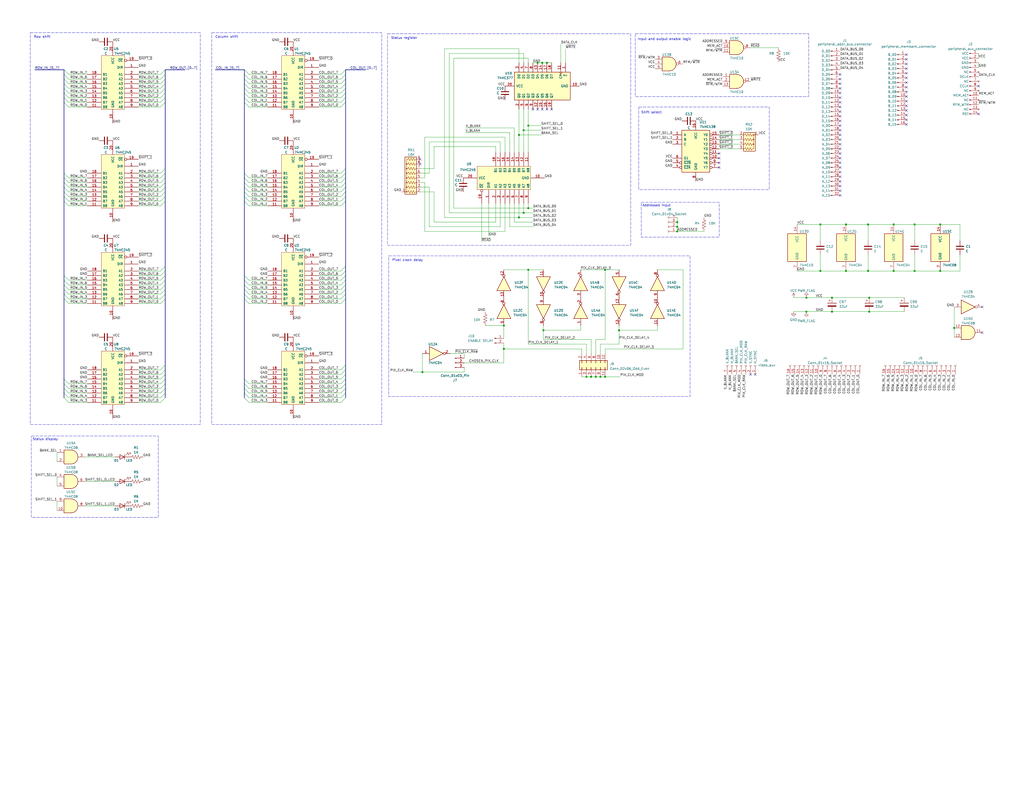
<source format=kicad_sch>
(kicad_sch (version 20230121) (generator eeschema)
  (paper "C")
  (bus_alias "ADDR_BUS" (members "ADDR_BUS_00" "ADDR_BUS_01" "ADDR_BUS_02" "ADDR_BUS_03" "ADDR_BUS_04" "ADDR_BUS_05" "ADDR_BUS_06" "ADDR_BUS_07" "ADDR_BUS_08" "ADDR_BUS_09" "ADDR_BUS_10" "ADDR_BUS_11" "ADDR_BUS_12" "ADDR_BUS_13" "ADDR_BUS_14" "ADDR_BUS_15"))
  (bus_alias "ROW_OUT_BUS" (members "ROW_OUT_00" "ROW_OUT_01" "ROW_OUT_02" "ROW_OUT_03" "ROW_OUT_04" "ROW_OUT_05" "ROW_OUT_06" "ROW_OUT_07"))
  (bus_alias "" (members))
  (bus_alias "ROW_IN_BUS" (members "ROW_IN_00" "ROW_IN_01" "ROW_IN_02" "ROW_IN_03" "ROW_IN_04" "ROW_IN_05" "ROW_IN_06" "ROW_IN_07"))
  (bus_alias "BANK_BUS" (members "BANK_BUS_00" "BANK_BUS_01" "BANK_BUS_02" "BANK_BUS_03" "BANK_BUS_04" "BANK_BUS_05" "BANK_BUS_06" "BANK_BUS_07" "BANK_BUS_08" "BANK_BUS_09" "BANK_BUS_10" "BANK_BUS_11" "BANK_BUS_12" "BANK_BUS_13" "BANK_BUS_14" "BANK_BUS_15"))
  (bus_alias "COL_IN_BUS" (members "COL_IN_00" "COL_IN_01" "COL_IN_02" "COL_IN_03" "COL_IN_04" "COL_IN_05" "COL_IN_06" "COL_IN_07"))
  (bus_alias "DATA_BUS" (members "DATA_BUS_00" "DATA_BUS_01" "DATA_BUS_02" "DATA_BUS_03" "DATA_BUS_04" "DATA_BUS_05" "DATA_BUS_06" "DATA_BUS_07" "DATA_BUS_08" "DATA_BUS_09" "DATA_BUS_10" "DATA_BUS_11" "DATA_BUS_12" "DATA_BUS_13" "DATA_BUS_14" "DATA_BUS_15"))
  (junction (at 461.645 122.555))
  (junction (at 330.2 205.74))
  (junction (at 474.345 170.18))
  (junction (at 513.08 147.955))
  (junction (at 513.08 122.555))
  (junction (at 320.04 205.74))
  (junction (at 288.29 147.32))
  (junction (at 337.82 180.34))
  (junction (at 454.025 162.56))
  (junction (at 369.57 123.825))
  (junction (at 295.91 34.29))
  (junction (at 322.58 205.74))
  (junction (at 283.21 73.66))
  (junction (at 369.57 126.365))
  (junction (at 487.68 147.955))
  (junction (at 285.75 116.205))
  (junction (at 325.12 205.74))
  (junction (at 474.345 162.56))
  (junction (at 293.37 34.29))
  (junction (at 285.75 71.12))
  (junction (at 499.11 147.955))
  (junction (at 440.055 170.18))
  (junction (at 473.71 122.555))
  (junction (at 447.675 147.955))
  (junction (at 298.45 34.29))
  (junction (at 499.11 122.555))
  (junction (at 288.29 68.58))
  (junction (at 283.21 118.745))
  (junction (at 230.505 203.2))
  (junction (at 520.7 179.07))
  (junction (at 274.955 190.5))
  (junction (at 447.675 122.555))
  (junction (at 473.71 147.955))
  (junction (at 288.29 113.665))
  (junction (at 369.57 121.285))
  (junction (at 454.025 170.18))
  (junction (at 487.68 122.555))
  (junction (at 327.66 205.74))
  (junction (at 461.645 147.955))
  (junction (at 330.2 147.32))
  (junction (at 296.545 180.34))
  (junction (at 440.055 162.56))
  (junction (at 274.955 177.8))
  (no_connect (at 458.47 48.26))
  (no_connect (at 458.47 106.68))
  (no_connect (at 535.94 167.64))
  (no_connect (at 458.47 88.9))
  (no_connect (at 494.665 67.945))
  (no_connect (at 494.665 60.325))
  (no_connect (at 458.47 40.64))
  (no_connect (at 494.665 50.165))
  (no_connect (at 458.47 43.18))
  (no_connect (at 290.83 59.69))
  (no_connect (at 458.47 66.04))
  (no_connect (at 458.47 50.8))
  (no_connect (at 494.665 34.925))
  (no_connect (at 458.47 76.2))
  (no_connect (at 458.47 101.6))
  (no_connect (at 392.43 83.82))
  (no_connect (at 458.47 45.72))
  (no_connect (at 458.47 60.96))
  (no_connect (at 458.47 53.34))
  (no_connect (at 458.47 58.42))
  (no_connect (at 458.47 86.36))
  (no_connect (at 229.235 86.995))
  (no_connect (at 494.665 62.865))
  (no_connect (at 458.47 63.5))
  (no_connect (at 458.47 55.88))
  (no_connect (at 458.47 71.12))
  (no_connect (at 458.47 68.58))
  (no_connect (at 458.47 78.74))
  (no_connect (at 392.43 91.44))
  (no_connect (at 300.99 59.69))
  (no_connect (at 458.47 99.06))
  (no_connect (at 494.665 45.085))
  (no_connect (at 458.47 83.82))
  (no_connect (at 392.43 88.9))
  (no_connect (at 494.665 55.245))
  (no_connect (at 494.665 52.705))
  (no_connect (at 494.665 42.545))
  (no_connect (at 298.45 59.69))
  (no_connect (at 458.47 73.66))
  (no_connect (at 229.235 89.535))
  (no_connect (at 494.665 65.405))
  (no_connect (at 494.665 57.785))
  (no_connect (at 293.37 59.69))
  (no_connect (at 534.035 62.23))
  (no_connect (at 458.47 96.52))
  (no_connect (at 458.47 104.14))
  (no_connect (at 494.665 47.625))
  (no_connect (at 534.035 46.99))
  (no_connect (at 458.47 91.44))
  (no_connect (at 458.47 93.98))
  (no_connect (at 458.47 81.28))
  (no_connect (at 494.665 29.845))
  (no_connect (at 392.43 86.36))
  (no_connect (at 295.91 59.69))
  (no_connect (at 494.665 40.005))
  (no_connect (at 494.665 37.465))
  (no_connect (at 494.665 32.385))
  (no_connect (at 412.115 204.47))
  (no_connect (at 535.94 181.61))
  (no_connect (at 409.575 204.47))
  (bus_entry (at 186.055 107.315) (size 2.54 -2.54))
  (bus_entry (at 37.465 212.09) (size -2.54 -2.54))
  (bus_entry (at 37.465 209.55) (size -2.54 -2.54))
  (bus_entry (at 135.89 153.035) (size -2.54 -2.54))
  (bus_entry (at 186.055 45.72) (size 2.54 -2.54))
  (bus_entry (at 135.89 50.8) (size -2.54 -2.54))
  (bus_entry (at 37.465 163.195) (size -2.54 -2.54))
  (bus_entry (at 37.465 109.855) (size -2.54 -2.54))
  (bus_entry (at 37.465 40.64) (size -2.54 -2.54))
  (bus_entry (at 135.89 107.315) (size -2.54 -2.54))
  (bus_entry (at 87.63 165.735) (size 2.54 -2.54))
  (bus_entry (at 87.63 109.855) (size 2.54 -2.54))
  (bus_entry (at 37.465 53.34) (size -2.54 -2.54))
  (bus_entry (at 186.055 219.71) (size 2.54 -2.54))
  (bus_entry (at 37.465 219.71) (size -2.54 -2.54))
  (bus_entry (at 186.055 53.34) (size 2.54 -2.54))
  (bus_entry (at 186.055 58.42) (size 2.54 -2.54))
  (bus_entry (at 87.63 50.8) (size 2.54 -2.54))
  (bus_entry (at 37.465 43.18) (size -2.54 -2.54))
  (bus_entry (at 87.63 45.72) (size 2.54 -2.54))
  (bus_entry (at 37.465 160.655) (size -2.54 -2.54))
  (bus_entry (at 87.63 107.315) (size 2.54 -2.54))
  (bus_entry (at 87.63 209.55) (size 2.54 -2.54))
  (bus_entry (at 37.465 58.42) (size -2.54 -2.54))
  (bus_entry (at 87.63 94.615) (size 2.54 -2.54))
  (bus_entry (at 87.63 163.195) (size 2.54 -2.54))
  (bus_entry (at 87.63 104.775) (size 2.54 -2.54))
  (bus_entry (at 186.055 104.775) (size 2.54 -2.54))
  (bus_entry (at 37.465 48.26) (size -2.54 -2.54))
  (bus_entry (at 135.89 43.18) (size -2.54 -2.54))
  (bus_entry (at 87.63 160.655) (size 2.54 -2.54))
  (bus_entry (at 135.89 40.64) (size -2.54 -2.54))
  (bus_entry (at 186.055 158.115) (size 2.54 -2.54))
  (bus_entry (at 37.465 55.88) (size -2.54 -2.54))
  (bus_entry (at 87.63 153.035) (size 2.54 -2.54))
  (bus_entry (at 135.89 112.395) (size -2.54 -2.54))
  (bus_entry (at 186.055 147.955) (size 2.54 -2.54))
  (bus_entry (at 37.465 45.72) (size -2.54 -2.54))
  (bus_entry (at 87.63 212.09) (size 2.54 -2.54))
  (bus_entry (at 37.465 155.575) (size -2.54 -2.54))
  (bus_entry (at 135.89 53.34) (size -2.54 -2.54))
  (bus_entry (at 87.63 155.575) (size 2.54 -2.54))
  (bus_entry (at 37.465 102.235) (size -2.54 -2.54))
  (bus_entry (at 135.89 209.55) (size -2.54 -2.54))
  (bus_entry (at 135.89 58.42) (size -2.54 -2.54))
  (bus_entry (at 37.465 217.17) (size -2.54 -2.54))
  (bus_entry (at 37.465 50.8) (size -2.54 -2.54))
  (bus_entry (at 186.055 165.735) (size 2.54 -2.54))
  (bus_entry (at 186.055 102.235) (size 2.54 -2.54))
  (bus_entry (at 87.63 48.26) (size 2.54 -2.54))
  (bus_entry (at 135.89 163.195) (size -2.54 -2.54))
  (bus_entry (at 135.89 212.09) (size -2.54 -2.54))
  (bus_entry (at 87.63 147.955) (size 2.54 -2.54))
  (bus_entry (at 87.63 112.395) (size 2.54 -2.54))
  (bus_entry (at 186.055 50.8) (size 2.54 -2.54))
  (bus_entry (at 135.89 109.855) (size -2.54 -2.54))
  (bus_entry (at 135.89 165.735) (size -2.54 -2.54))
  (bus_entry (at 37.465 112.395) (size -2.54 -2.54))
  (bus_entry (at 186.055 48.26) (size 2.54 -2.54))
  (bus_entry (at 87.63 102.235) (size 2.54 -2.54))
  (bus_entry (at 186.055 153.035) (size 2.54 -2.54))
  (bus_entry (at 37.465 158.115) (size -2.54 -2.54))
  (bus_entry (at 186.055 214.63) (size 2.54 -2.54))
  (bus_entry (at 186.055 209.55) (size 2.54 -2.54))
  (bus_entry (at 87.63 204.47) (size 2.54 -2.54))
  (bus_entry (at 186.055 55.88) (size 2.54 -2.54))
  (bus_entry (at 186.055 160.655) (size 2.54 -2.54))
  (bus_entry (at 186.055 212.09) (size 2.54 -2.54))
  (bus_entry (at 186.055 204.47) (size 2.54 -2.54))
  (bus_entry (at 87.63 99.695) (size 2.54 -2.54))
  (bus_entry (at 87.63 58.42) (size 2.54 -2.54))
  (bus_entry (at 186.055 99.695) (size 2.54 -2.54))
  (bus_entry (at 37.465 165.735) (size -2.54 -2.54))
  (bus_entry (at 135.89 219.71) (size -2.54 -2.54))
  (bus_entry (at 186.055 97.155) (size 2.54 -2.54))
  (bus_entry (at 87.63 55.88) (size 2.54 -2.54))
  (bus_entry (at 135.89 45.72) (size -2.54 -2.54))
  (bus_entry (at 37.465 153.035) (size -2.54 -2.54))
  (bus_entry (at 87.63 214.63) (size 2.54 -2.54))
  (bus_entry (at 87.63 219.71) (size 2.54 -2.54))
  (bus_entry (at 37.465 107.315) (size -2.54 -2.54))
  (bus_entry (at 87.63 201.93) (size 2.54 -2.54))
  (bus_entry (at 186.055 217.17) (size 2.54 -2.54))
  (bus_entry (at 37.465 214.63) (size -2.54 -2.54))
  (bus_entry (at 135.89 214.63) (size -2.54 -2.54))
  (bus_entry (at 87.63 217.17) (size 2.54 -2.54))
  (bus_entry (at 186.055 201.93) (size 2.54 -2.54))
  (bus_entry (at 135.89 217.17) (size -2.54 -2.54))
  (bus_entry (at 37.465 97.155) (size -2.54 -2.54))
  (bus_entry (at 135.89 155.575) (size -2.54 -2.54))
  (bus_entry (at 87.63 150.495) (size 2.54 -2.54))
  (bus_entry (at 37.465 104.775) (size -2.54 -2.54))
  (bus_entry (at 87.63 53.34) (size 2.54 -2.54))
  (bus_entry (at 135.89 48.26) (size -2.54 -2.54))
  (bus_entry (at 87.63 207.01) (size 2.54 -2.54))
  (bus_entry (at 186.055 109.855) (size 2.54 -2.54))
  (bus_entry (at 87.63 43.18) (size 2.54 -2.54))
  (bus_entry (at 186.055 207.01) (size 2.54 -2.54))
  (bus_entry (at 186.055 112.395) (size 2.54 -2.54))
  (bus_entry (at 186.055 94.615) (size 2.54 -2.54))
  (bus_entry (at 186.055 155.575) (size 2.54 -2.54))
  (bus_entry (at 37.465 99.695) (size -2.54 -2.54))
  (bus_entry (at 135.89 55.88) (size -2.54 -2.54))
  (bus_entry (at 135.89 99.695) (size -2.54 -2.54))
  (bus_entry (at 135.89 104.775) (size -2.54 -2.54))
  (bus_entry (at 186.055 40.64) (size 2.54 -2.54))
  (bus_entry (at 186.055 43.18) (size 2.54 -2.54))
  (bus_entry (at 186.055 163.195) (size 2.54 -2.54))
  (bus_entry (at 135.89 102.235) (size -2.54 -2.54))
  (bus_entry (at 87.63 40.64) (size 2.54 -2.54))
  (bus_entry (at 87.63 97.155) (size 2.54 -2.54))
  (bus_entry (at 135.89 160.655) (size -2.54 -2.54))
  (bus_entry (at 87.63 158.115) (size 2.54 -2.54))
  (bus_entry (at 135.89 158.115) (size -2.54 -2.54))
  (bus_entry (at 186.055 150.495) (size 2.54 -2.54))
  (bus_entry (at 135.89 97.155) (size -2.54 -2.54))
  (wire (pts (xy 231.775 99.695) (xy 229.235 99.695)))
  (bus (pts (xy 188.595 204.47) (xy 188.595 201.93)))
  (bus (pts (xy 90.17 48.26) (xy 90.17 45.72)))
  (bus (pts (xy 90.17 145.415) (xy 90.17 109.855)))
  (wire (pts (xy 242.57 118.745) (xy 283.21 118.745)))
  (wire (pts (xy 320.04 187.96) (xy 320.04 193.04)))
  (bus (pts (xy 34.925 163.195) (xy 34.925 207.01)))
  (wire (pts (xy 274.955 147.32) (xy 288.29 147.32)))
  (bus (pts (xy 133.35 40.64) (xy 133.35 43.18)))
  (wire (pts (xy 434.975 122.555) (xy 447.675 122.555)))
  (bus (pts (xy 188.595 94.615) (xy 188.595 92.075)))
  (wire (pts (xy 534.035 29.21) (xy 534.035 31.75)))
  (wire (pts (xy 31.115 260.35) (xy 31.115 265.43)))
  (wire (pts (xy 306.07 24.13) (xy 306.07 34.29)))
  (wire (pts (xy 37.465 109.855) (xy 47.625 109.855)))
  (wire (pts (xy 296.545 177.8) (xy 296.545 180.34)))
  (wire (pts (xy 285.75 29.21) (xy 285.75 34.29)))
  (bus (pts (xy 133.35 153.035) (xy 133.35 155.575)))
  (wire (pts (xy 229.235 94.615) (xy 234.315 94.615)))
  (wire (pts (xy 288.29 31.75) (xy 288.29 34.29)))
  (bus (pts (xy 90.17 199.39) (xy 90.17 163.195)))
  (bus (pts (xy 188.595 102.235) (xy 188.595 99.695)))
  (wire (pts (xy 523.875 139.065) (xy 523.875 147.955)))
  (wire (pts (xy 487.68 122.555) (xy 473.71 122.555)))
  (wire (pts (xy 369.57 126.365) (xy 384.175 126.365)))
  (wire (pts (xy 275.59 111.125) (xy 275.59 126.365)))
  (wire (pts (xy 173.99 204.47) (xy 186.055 204.47)))
  (wire (pts (xy 75.565 97.155) (xy 87.63 97.155)))
  (bus (pts (xy 90.17 107.315) (xy 90.17 104.775)))
  (wire (pts (xy 37.465 155.575) (xy 47.625 155.575)))
  (bus (pts (xy 188.595 43.18) (xy 188.595 40.64)))
  (bus (pts (xy 133.35 207.01) (xy 133.35 209.55)))
  (wire (pts (xy 75.565 99.695) (xy 87.63 99.695)))
  (wire (pts (xy 499.11 139.065) (xy 499.11 147.955)))
  (bus (pts (xy 34.925 150.495) (xy 34.925 153.035)))
  (bus (pts (xy 90.17 214.63) (xy 90.17 212.09)))
  (wire (pts (xy 75.565 201.93) (xy 87.63 201.93)))
  (bus (pts (xy 188.595 207.01) (xy 188.595 204.47)))
  (wire (pts (xy 173.99 102.235) (xy 186.055 102.235)))
  (wire (pts (xy 285.75 111.125) (xy 285.75 116.205)))
  (wire (pts (xy 288.29 147.32) (xy 296.545 147.32)))
  (bus (pts (xy 90.17 160.655) (xy 90.17 158.115)))
  (wire (pts (xy 135.89 107.315) (xy 146.05 107.315)))
  (wire (pts (xy 236.855 80.01) (xy 236.855 92.075)))
  (bus (pts (xy 90.17 99.695) (xy 90.17 97.155)))
  (bus (pts (xy 133.35 107.315) (xy 133.35 109.855)))
  (wire (pts (xy 173.99 109.855) (xy 186.055 109.855)))
  (bus (pts (xy 90.17 43.18) (xy 90.17 40.64)))
  (wire (pts (xy 392.43 73.66) (xy 403.86 73.66)))
  (wire (pts (xy 327.66 205.74) (xy 330.2 205.74)))
  (wire (pts (xy 37.465 50.8) (xy 47.625 50.8)))
  (wire (pts (xy 358.775 147.32) (xy 372.745 147.32)))
  (wire (pts (xy 274.955 177.8) (xy 274.955 184.785)))
  (wire (pts (xy 31.115 273.685) (xy 31.115 278.765)))
  (wire (pts (xy 283.21 73.66) (xy 283.21 83.185)))
  (wire (pts (xy 135.89 40.64) (xy 146.05 40.64)))
  (wire (pts (xy 75.565 45.72) (xy 87.63 45.72)))
  (wire (pts (xy 474.345 170.18) (xy 493.395 170.18)))
  (wire (pts (xy 253.365 200.66) (xy 253.365 203.2)))
  (wire (pts (xy 46.355 276.225) (xy 62.865 276.225)))
  (wire (pts (xy 75.565 58.42) (xy 87.63 58.42)))
  (wire (pts (xy 327.66 187.96) (xy 337.82 187.96)))
  (wire (pts (xy 75.565 219.71) (xy 87.63 219.71)))
  (wire (pts (xy 234.315 123.825) (xy 273.05 123.825)))
  (wire (pts (xy 231.775 126.365) (xy 275.59 126.365)))
  (wire (pts (xy 135.89 163.195) (xy 146.05 163.195)))
  (bus (pts (xy 19.05 38.1) (xy 34.925 38.1)))
  (wire (pts (xy 37.465 219.71) (xy 47.625 219.71)))
  (bus (pts (xy 133.35 109.855) (xy 133.35 150.495)))
  (wire (pts (xy 75.565 40.64) (xy 87.63 40.64)))
  (wire (pts (xy 433.07 162.56) (xy 440.055 162.56)))
  (bus (pts (xy 133.35 155.575) (xy 133.35 158.115)))
  (wire (pts (xy 135.89 158.115) (xy 146.05 158.115)))
  (wire (pts (xy 270.51 83.185) (xy 270.51 80.01)))
  (wire (pts (xy 285.75 59.69) (xy 285.75 71.12)))
  (wire (pts (xy 173.99 147.955) (xy 186.055 147.955)))
  (wire (pts (xy 409.575 26.035) (xy 424.815 26.035)))
  (bus (pts (xy 90.17 109.855) (xy 90.17 107.315)))
  (wire (pts (xy 273.05 83.185) (xy 273.05 77.47)))
  (wire (pts (xy 173.99 97.155) (xy 186.055 97.155)))
  (wire (pts (xy 75.565 214.63) (xy 87.63 214.63)))
  (wire (pts (xy 474.345 162.56) (xy 493.395 162.56)))
  (wire (pts (xy 372.745 147.32) (xy 372.745 190.5)))
  (wire (pts (xy 473.71 122.555) (xy 461.645 122.555)))
  (wire (pts (xy 296.545 185.42) (xy 296.545 180.34)))
  (wire (pts (xy 173.99 55.88) (xy 186.055 55.88)))
  (bus (pts (xy 133.35 212.09) (xy 133.35 214.63)))
  (wire (pts (xy 254 69.85) (xy 280.67 69.85)))
  (wire (pts (xy 523.875 147.955) (xy 513.08 147.955)))
  (wire (pts (xy 288.29 59.69) (xy 288.29 68.58)))
  (wire (pts (xy 236.855 121.285) (xy 270.51 121.285)))
  (wire (pts (xy 236.855 92.075) (xy 229.235 92.075)))
  (wire (pts (xy 461.645 122.555) (xy 447.675 122.555)))
  (wire (pts (xy 173.99 58.42) (xy 186.055 58.42)))
  (bus (pts (xy 90.17 50.8) (xy 90.17 48.26)))
  (wire (pts (xy 274.955 187.325) (xy 274.955 190.5)))
  (wire (pts (xy 275.59 83.185) (xy 275.59 74.93)))
  (bus (pts (xy 133.35 94.615) (xy 133.35 97.155)))
  (wire (pts (xy 288.29 147.32) (xy 288.29 187.96)))
  (wire (pts (xy 229.235 104.775) (xy 236.855 104.775)))
  (wire (pts (xy 327.66 193.04) (xy 327.66 187.96)))
  (wire (pts (xy 280.67 83.185) (xy 280.67 69.85)))
  (wire (pts (xy 46.355 249.555) (xy 62.865 249.555)))
  (bus (pts (xy 133.35 102.235) (xy 133.35 104.775)))
  (wire (pts (xy 173.99 214.63) (xy 186.055 214.63)))
  (bus (pts (xy 188.595 160.655) (xy 188.595 158.115)))
  (bus (pts (xy 133.35 50.8) (xy 133.35 53.34)))
  (bus (pts (xy 188.595 147.955) (xy 188.595 145.415)))
  (bus (pts (xy 34.925 155.575) (xy 34.925 158.115)))
  (wire (pts (xy 37.465 40.64) (xy 47.625 40.64)))
  (wire (pts (xy 369.57 123.825) (xy 369.57 126.365)))
  (wire (pts (xy 317.5 205.74) (xy 320.04 205.74)))
  (wire (pts (xy 254 72.39) (xy 278.13 72.39)))
  (wire (pts (xy 285.75 71.12) (xy 295.275 71.12)))
  (wire (pts (xy 231.775 74.93) (xy 275.59 74.93)))
  (wire (pts (xy 173.99 112.395) (xy 186.055 112.395)))
  (wire (pts (xy 75.565 112.395) (xy 87.63 112.395)))
  (wire (pts (xy 473.71 147.955) (xy 461.645 147.955)))
  (wire (pts (xy 75.565 153.035) (xy 87.63 153.035)))
  (bus (pts (xy 133.35 163.195) (xy 133.35 207.01)))
  (bus (pts (xy 90.17 92.075) (xy 90.17 55.88)))
  (wire (pts (xy 266.7 111.125) (xy 266.7 128.905)))
  (wire (pts (xy 330.2 185.42) (xy 325.12 185.42)))
  (wire (pts (xy 278.13 111.125) (xy 278.13 123.825)))
  (wire (pts (xy 369.57 121.285) (xy 369.57 123.825)))
  (wire (pts (xy 273.05 111.125) (xy 273.05 123.825)))
  (bus (pts (xy 188.595 50.8) (xy 188.595 48.26)))
  (bus (pts (xy 34.925 38.1) (xy 34.925 40.64)))
  (bus (pts (xy 133.35 158.115) (xy 133.35 160.655)))
  (wire (pts (xy 173.99 163.195) (xy 186.055 163.195)))
  (wire (pts (xy 173.99 209.55) (xy 186.055 209.55)))
  (bus (pts (xy 90.17 201.93) (xy 90.17 199.39)))
  (bus (pts (xy 133.35 55.88) (xy 133.35 94.615)))
  (bus (pts (xy 133.35 53.34) (xy 133.35 55.88)))
  (bus (pts (xy 34.925 109.855) (xy 34.925 150.495)))
  (wire (pts (xy 337.82 177.8) (xy 337.82 180.34)))
  (wire (pts (xy 523.875 131.445) (xy 523.875 122.555)))
  (wire (pts (xy 322.58 193.04) (xy 322.58 185.42)))
  (wire (pts (xy 37.465 107.315) (xy 47.625 107.315)))
  (wire (pts (xy 234.315 102.235) (xy 229.235 102.235)))
  (bus (pts (xy 188.595 40.64) (xy 188.595 38.1)))
  (wire (pts (xy 173.99 53.34) (xy 186.055 53.34)))
  (bus (pts (xy 133.35 209.55) (xy 133.35 212.09)))
  (bus (pts (xy 90.17 40.64) (xy 90.17 38.1)))
  (wire (pts (xy 270.51 111.125) (xy 270.51 121.285)))
  (wire (pts (xy 37.465 112.395) (xy 47.625 112.395)))
  (bus (pts (xy 188.595 38.1) (xy 199.39 38.1)))
  (wire (pts (xy 242.57 26.67) (xy 283.21 26.67)))
  (wire (pts (xy 173.99 217.17) (xy 186.055 217.17)))
  (wire (pts (xy 37.465 43.18) (xy 47.625 43.18)))
  (wire (pts (xy 173.99 155.575) (xy 186.055 155.575)))
  (bus (pts (xy 90.17 55.88) (xy 90.17 53.34)))
  (wire (pts (xy 135.89 53.34) (xy 146.05 53.34)))
  (wire (pts (xy 75.565 165.735) (xy 87.63 165.735)))
  (wire (pts (xy 135.89 153.035) (xy 146.05 153.035)))
  (wire (pts (xy 75.565 147.955) (xy 87.63 147.955)))
  (wire (pts (xy 316.865 180.34) (xy 316.865 177.8)))
  (bus (pts (xy 188.595 48.26) (xy 188.595 45.72)))
  (wire (pts (xy 173.99 48.26) (xy 186.055 48.26)))
  (wire (pts (xy 173.99 94.615) (xy 186.055 94.615)))
  (wire (pts (xy 308.61 26.67) (xy 308.61 34.29)))
  (wire (pts (xy 135.89 55.88) (xy 146.05 55.88)))
  (bus (pts (xy 90.17 53.34) (xy 90.17 50.8)))
  (bus (pts (xy 34.925 107.315) (xy 34.925 109.855)))
  (wire (pts (xy 499.11 131.445) (xy 499.11 122.555)))
  (wire (pts (xy 322.58 205.74) (xy 325.12 205.74)))
  (wire (pts (xy 461.645 147.955) (xy 447.675 147.955)))
  (bus (pts (xy 34.925 55.88) (xy 34.925 94.615)))
  (wire (pts (xy 135.89 165.735) (xy 146.05 165.735)))
  (wire (pts (xy 247.65 113.665) (xy 247.65 31.75)))
  (wire (pts (xy 322.58 185.42) (xy 296.545 185.42)))
  (wire (pts (xy 231.775 97.155) (xy 229.235 97.155)))
  (wire (pts (xy 31.115 247.015) (xy 31.115 252.095)))
  (wire (pts (xy 234.315 77.47) (xy 273.05 77.47)))
  (wire (pts (xy 173.99 45.72) (xy 186.055 45.72)))
  (wire (pts (xy 135.89 97.155) (xy 146.05 97.155)))
  (bus (pts (xy 188.595 217.17) (xy 188.595 214.63)))
  (wire (pts (xy 173.99 50.8) (xy 186.055 50.8)))
  (bus (pts (xy 188.595 201.93) (xy 188.595 199.39)))
  (wire (pts (xy 173.99 158.115) (xy 186.055 158.115)))
  (wire (pts (xy 75.565 43.18) (xy 87.63 43.18)))
  (wire (pts (xy 225.425 203.2) (xy 230.505 203.2)))
  (wire (pts (xy 234.315 102.235) (xy 234.315 123.825)))
  (wire (pts (xy 245.745 193.04) (xy 253.365 193.04)))
  (wire (pts (xy 447.675 122.555) (xy 447.675 131.445)))
  (bus (pts (xy 188.595 97.155) (xy 188.595 94.615)))
  (wire (pts (xy 520.7 167.64) (xy 520.7 179.07)))
  (wire (pts (xy 447.675 139.065) (xy 447.675 147.955)))
  (wire (pts (xy 337.82 187.96) (xy 337.82 180.34)))
  (wire (pts (xy 487.68 147.955) (xy 473.71 147.955)))
  (bus (pts (xy 90.17 45.72) (xy 90.17 43.18)))
  (bus (pts (xy 90.17 102.235) (xy 90.17 99.695)))
  (wire (pts (xy 75.565 102.235) (xy 87.63 102.235)))
  (wire (pts (xy 173.99 40.64) (xy 186.055 40.64)))
  (wire (pts (xy 253.365 198.12) (xy 274.955 198.12)))
  (wire (pts (xy 295.91 34.29) (xy 298.45 34.29)))
  (bus (pts (xy 188.595 107.315) (xy 188.595 104.775)))
  (wire (pts (xy 230.505 193.04) (xy 230.505 203.2)))
  (bus (pts (xy 34.925 104.775) (xy 34.925 107.315)))
  (wire (pts (xy 242.57 118.745) (xy 242.57 26.67)))
  (wire (pts (xy 440.055 170.18) (xy 454.025 170.18)))
  (wire (pts (xy 447.675 147.955) (xy 434.975 147.955)))
  (bus (pts (xy 34.925 94.615) (xy 34.925 97.155)))
  (bus (pts (xy 133.35 38.1) (xy 133.35 40.64)))
  (bus (pts (xy 34.925 53.34) (xy 34.925 55.88)))
  (wire (pts (xy 473.71 139.065) (xy 473.71 147.955)))
  (wire (pts (xy 173.99 165.735) (xy 186.055 165.735)))
  (wire (pts (xy 173.99 107.315) (xy 186.055 107.315)))
  (wire (pts (xy 37.465 153.035) (xy 47.625 153.035)))
  (wire (pts (xy 231.775 74.93) (xy 231.775 97.155)))
  (bus (pts (xy 188.595 99.695) (xy 188.595 97.155)))
  (bus (pts (xy 188.595 150.495) (xy 188.595 147.955)))
  (wire (pts (xy 75.565 104.775) (xy 87.63 104.775)))
  (wire (pts (xy 293.37 34.29) (xy 295.91 34.29)))
  (wire (pts (xy 135.89 219.71) (xy 146.05 219.71)))
  (bus (pts (xy 34.925 158.115) (xy 34.925 160.655)))
  (wire (pts (xy 440.055 162.56) (xy 454.025 162.56)))
  (bus (pts (xy 133.35 150.495) (xy 133.35 153.035)))
  (wire (pts (xy 330.2 147.32) (xy 330.2 185.42)))
  (wire (pts (xy 283.21 73.66) (xy 295.275 73.66)))
  (wire (pts (xy 135.89 209.55) (xy 146.05 209.55)))
  (bus (pts (xy 34.925 214.63) (xy 34.925 217.17)))
  (bus (pts (xy 188.595 214.63) (xy 188.595 212.09)))
  (bus (pts (xy 90.17 209.55) (xy 90.17 207.01)))
  (wire (pts (xy 230.505 203.2) (xy 253.365 203.2)))
  (bus (pts (xy 188.595 104.775) (xy 188.595 102.235)))
  (bus (pts (xy 34.925 207.01) (xy 34.925 209.55)))
  (wire (pts (xy 283.21 26.67) (xy 283.21 34.29)))
  (wire (pts (xy 173.99 43.18) (xy 186.055 43.18)))
  (wire (pts (xy 236.855 80.01) (xy 270.51 80.01)))
  (wire (pts (xy 325.12 205.74) (xy 327.66 205.74)))
  (wire (pts (xy 330.2 205.74) (xy 338.455 205.74)))
  (bus (pts (xy 34.925 50.8) (xy 34.925 53.34)))
  (wire (pts (xy 173.99 153.035) (xy 186.055 153.035)))
  (wire (pts (xy 320.04 205.74) (xy 322.58 205.74)))
  (wire (pts (xy 236.855 104.775) (xy 236.855 121.285)))
  (wire (pts (xy 75.565 163.195) (xy 87.63 163.195)))
  (wire (pts (xy 37.465 104.775) (xy 47.625 104.775)))
  (bus (pts (xy 90.17 217.17) (xy 90.17 214.63)))
  (wire (pts (xy 534.035 34.29) (xy 534.035 36.83)))
  (wire (pts (xy 392.43 81.28) (xy 403.86 81.28)))
  (bus (pts (xy 133.35 104.775) (xy 133.35 107.315)))
  (wire (pts (xy 274.955 190.5) (xy 317.5 190.5)))
  (bus (pts (xy 90.17 153.035) (xy 90.17 150.495)))
  (wire (pts (xy 135.89 109.855) (xy 146.05 109.855)))
  (wire (pts (xy 283.21 111.125) (xy 283.21 118.745)))
  (wire (pts (xy 37.465 160.655) (xy 47.625 160.655)))
  (wire (pts (xy 37.465 55.88) (xy 47.625 55.88)))
  (bus (pts (xy 90.17 204.47) (xy 90.17 201.93)))
  (wire (pts (xy 37.465 163.195) (xy 47.625 163.195)))
  (wire (pts (xy 330.2 190.5) (xy 372.745 190.5)))
  (bus (pts (xy 90.17 38.1) (xy 100.965 38.1)))
  (wire (pts (xy 37.465 214.63) (xy 47.625 214.63)))
  (wire (pts (xy 325.12 185.42) (xy 325.12 193.04)))
  (wire (pts (xy 330.2 147.32) (xy 337.82 147.32)))
  (wire (pts (xy 37.465 158.115) (xy 47.625 158.115)))
  (wire (pts (xy 135.89 43.18) (xy 146.05 43.18)))
  (wire (pts (xy 135.89 99.695) (xy 146.05 99.695)))
  (wire (pts (xy 262.89 111.125) (xy 262.89 132.08)))
  (wire (pts (xy 135.89 45.72) (xy 146.05 45.72)))
  (bus (pts (xy 34.925 209.55) (xy 34.925 212.09)))
  (bus (pts (xy 90.17 155.575) (xy 90.17 153.035)))
  (wire (pts (xy 245.11 29.21) (xy 245.11 116.205)))
  (wire (pts (xy 135.89 155.575) (xy 146.05 155.575)))
  (bus (pts (xy 117.475 38.1) (xy 133.35 38.1)))
  (wire (pts (xy 37.465 97.155) (xy 47.625 97.155)))
  (bus (pts (xy 34.925 43.18) (xy 34.925 45.72)))
  (bus (pts (xy 34.925 48.26) (xy 34.925 50.8)))
  (wire (pts (xy 337.82 180.34) (xy 358.775 180.34)))
  (wire (pts (xy 173.99 219.71) (xy 186.055 219.71)))
  (bus (pts (xy 90.17 94.615) (xy 90.17 92.075)))
  (wire (pts (xy 288.29 68.58) (xy 295.275 68.58)))
  (wire (pts (xy 37.465 165.735) (xy 47.625 165.735)))
  (wire (pts (xy 173.99 160.655) (xy 186.055 160.655)))
  (wire (pts (xy 317.5 190.5) (xy 317.5 193.04)))
  (wire (pts (xy 75.565 209.55) (xy 87.63 209.55)))
  (wire (pts (xy 454.025 162.56) (xy 474.345 162.56)))
  (wire (pts (xy 392.43 78.74) (xy 403.86 78.74)))
  (wire (pts (xy 247.65 113.665) (xy 288.29 113.665)))
  (wire (pts (xy 75.565 48.26) (xy 87.63 48.26)))
  (bus (pts (xy 133.35 48.26) (xy 133.35 50.8)))
  (wire (pts (xy 75.565 158.115) (xy 87.63 158.115)))
  (bus (pts (xy 34.925 102.235) (xy 34.925 104.775)))
  (bus (pts (xy 34.925 99.695) (xy 34.925 102.235)))
  (wire (pts (xy 283.21 59.69) (xy 283.21 73.66)))
  (wire (pts (xy 75.565 204.47) (xy 87.63 204.47)))
  (wire (pts (xy 499.11 147.955) (xy 513.08 147.955)))
  (wire (pts (xy 280.67 121.285) (xy 290.83 121.285)))
  (bus (pts (xy 188.595 145.415) (xy 188.595 109.855)))
  (wire (pts (xy 75.565 94.615) (xy 87.63 94.615)))
  (bus (pts (xy 133.35 160.655) (xy 133.35 163.195)))
  (bus (pts (xy 188.595 209.55) (xy 188.595 207.01)))
  (wire (pts (xy 135.89 214.63) (xy 146.05 214.63)))
  (bus (pts (xy 34.925 212.09) (xy 34.925 214.63)))
  (wire (pts (xy 298.45 34.29) (xy 300.99 34.29)))
  (wire (pts (xy 173.99 201.93) (xy 186.055 201.93)))
  (bus (pts (xy 34.925 160.655) (xy 34.925 163.195)))
  (bus (pts (xy 188.595 155.575) (xy 188.595 153.035)))
  (wire (pts (xy 135.89 58.42) (xy 146.05 58.42)))
  (wire (pts (xy 75.565 160.655) (xy 87.63 160.655)))
  (bus (pts (xy 188.595 158.115) (xy 188.595 155.575)))
  (wire (pts (xy 296.545 180.34) (xy 316.865 180.34)))
  (wire (pts (xy 135.89 160.655) (xy 146.05 160.655)))
  (wire (pts (xy 520.7 179.07) (xy 520.7 184.15)))
  (wire (pts (xy 473.71 122.555) (xy 473.71 131.445)))
  (wire (pts (xy 173.99 207.01) (xy 186.055 207.01)))
  (wire (pts (xy 499.11 122.555) (xy 513.08 122.555)))
  (wire (pts (xy 75.565 53.34) (xy 87.63 53.34)))
  (wire (pts (xy 173.99 104.775) (xy 186.055 104.775)))
  (bus (pts (xy 90.17 104.775) (xy 90.17 102.235)))
  (wire (pts (xy 135.89 102.235) (xy 146.05 102.235)))
  (wire (pts (xy 285.75 116.205) (xy 290.83 116.205)))
  (wire (pts (xy 454.025 170.18) (xy 474.345 170.18)))
  (bus (pts (xy 133.35 45.72) (xy 133.35 48.26)))
  (wire (pts (xy 37.465 53.34) (xy 47.625 53.34)))
  (wire (pts (xy 234.315 77.47) (xy 234.315 94.615)))
  (wire (pts (xy 392.43 76.2) (xy 403.86 76.2)))
  (wire (pts (xy 75.565 155.575) (xy 87.63 155.575)))
  (wire (pts (xy 173.99 150.495) (xy 186.055 150.495)))
  (bus (pts (xy 34.925 45.72) (xy 34.925 48.26)))
  (wire (pts (xy 75.565 150.495) (xy 87.63 150.495)))
  (bus (pts (xy 90.17 163.195) (xy 90.17 160.655)))
  (wire (pts (xy 288.29 68.58) (xy 288.29 83.185)))
  (wire (pts (xy 523.875 122.555) (xy 513.08 122.555)))
  (bus (pts (xy 34.925 153.035) (xy 34.925 155.575)))
  (bus (pts (xy 133.35 97.155) (xy 133.35 99.695)))
  (bus (pts (xy 188.595 53.34) (xy 188.595 50.8)))
  (bus (pts (xy 188.595 55.88) (xy 188.595 53.34)))
  (bus (pts (xy 133.35 99.695) (xy 133.35 102.235)))
  (wire (pts (xy 75.565 217.17) (xy 87.63 217.17)))
  (wire (pts (xy 253.365 193.04) (xy 253.365 195.58)))
  (wire (pts (xy 358.775 180.34) (xy 358.775 177.8)))
  (bus (pts (xy 133.35 214.63) (xy 133.35 217.17)))
  (wire (pts (xy 75.565 212.09) (xy 87.63 212.09)))
  (wire (pts (xy 316.865 147.32) (xy 330.2 147.32)))
  (wire (pts (xy 75.565 207.01) (xy 87.63 207.01)))
  (wire (pts (xy 245.11 116.205) (xy 285.75 116.205)))
  (bus (pts (xy 34.925 97.155) (xy 34.925 99.695)))
  (wire (pts (xy 285.75 29.21) (xy 245.11 29.21)))
  (bus (pts (xy 133.35 43.18) (xy 133.35 45.72)))
  (wire (pts (xy 135.89 50.8) (xy 146.05 50.8)))
  (wire (pts (xy 285.75 71.12) (xy 285.75 83.185)))
  (bus (pts (xy 90.17 147.955) (xy 90.17 145.415)))
  (wire (pts (xy 264.795 177.8) (xy 274.955 177.8)))
  (wire (pts (xy 173.99 99.695) (xy 186.055 99.695)))
  (wire (pts (xy 283.21 118.745) (xy 290.83 118.745)))
  (wire (pts (xy 75.565 50.8) (xy 87.63 50.8)))
  (wire (pts (xy 46.355 262.89) (xy 62.865 262.89)))
  (wire (pts (xy 37.465 99.695) (xy 47.625 99.695)))
  (wire (pts (xy 280.67 111.125) (xy 280.67 121.285)))
  (wire (pts (xy 330.2 193.04) (xy 330.2 190.5)))
  (bus (pts (xy 34.925 40.64) (xy 34.925 43.18)))
  (bus (pts (xy 188.595 153.035) (xy 188.595 150.495)))
  (wire (pts (xy 278.13 123.825) (xy 290.83 123.825)))
  (wire (pts (xy 75.565 107.315) (xy 87.63 107.315)))
  (bus (pts (xy 188.595 163.195) (xy 188.595 160.655)))
  (wire (pts (xy 75.565 55.88) (xy 87.63 55.88)))
  (wire (pts (xy 37.465 209.55) (xy 47.625 209.55)))
  (wire (pts (xy 288.29 113.665) (xy 290.83 113.665)))
  (wire (pts (xy 173.99 212.09) (xy 186.055 212.09)))
  (wire (pts (xy 135.89 212.09) (xy 146.05 212.09)))
  (wire (pts (xy 37.465 58.42) (xy 47.625 58.42)))
  (wire (pts (xy 433.07 170.18) (xy 440.055 170.18)))
  (wire (pts (xy 37.465 45.72) (xy 47.625 45.72)))
  (wire (pts (xy 75.565 109.855) (xy 87.63 109.855)))
  (bus (pts (xy 188.595 92.075) (xy 188.595 55.88)))
  (bus (pts (xy 188.595 212.09) (xy 188.595 209.55)))
  (wire (pts (xy 288.29 111.125) (xy 288.29 113.665)))
  (wire (pts (xy 499.11 122.555) (xy 487.68 122.555)))
  (wire (pts (xy 37.465 212.09) (xy 47.625 212.09)))
  (wire (pts (xy 37.465 102.235) (xy 47.625 102.235)))
  (wire (pts (xy 135.89 112.395) (xy 146.05 112.395)))
  (bus (pts (xy 90.17 97.155) (xy 90.17 94.615)))
  (wire (pts (xy 37.465 48.26) (xy 47.625 48.26)))
  (wire (pts (xy 37.465 217.17) (xy 47.625 217.17)))
  (bus (pts (xy 90.17 150.495) (xy 90.17 147.955)))
  (wire (pts (xy 369.57 118.745) (xy 369.57 121.285)))
  (bus (pts (xy 90.17 158.115) (xy 90.17 155.575)))
  (bus (pts (xy 188.595 45.72) (xy 188.595 43.18)))
  (wire (pts (xy 499.11 147.955) (xy 487.68 147.955)))
  (bus (pts (xy 90.17 207.01) (xy 90.17 204.47)))
  (wire (pts (xy 274.955 198.12) (xy 274.955 190.5)))
  (wire (pts (xy 231.775 99.695) (xy 231.775 126.365)))
  (bus (pts (xy 90.17 212.09) (xy 90.17 209.55)))
  (wire (pts (xy 135.89 217.17) (xy 146.05 217.17)))
  (wire (pts (xy 278.13 83.185) (xy 278.13 72.39)))
  (bus (pts (xy 188.595 109.855) (xy 188.595 107.315)))
  (wire (pts (xy 135.89 104.775) (xy 146.05 104.775)))
  (bus (pts (xy 188.595 199.39) (xy 188.595 163.195)))
  (wire (pts (xy 290.83 34.29) (xy 293.37 34.29)))
  (wire (pts (xy 247.65 31.75) (xy 288.29 31.75)))
  (wire (pts (xy 288.29 187.96) (xy 320.04 187.96)))
  (wire (pts (xy 135.89 48.26) (xy 146.05 48.26)))
  (rectangle (start 349.885 110.49) (end 392.43 129.54) (stroke (width 0) (type dash)))
  (rectangle (start 115.57 17.78) (end 208.28 231.775) (stroke (width 0) (type dash)))
  (rectangle (start 16.51 17.78) (end 109.22 231.775) (stroke (width 0) (type dash)))
  (rectangle (start 17.145 238.125) (end 86.36 282.575) (stroke (width 0) (type dash)))
  (rectangle (start 211.455 18.415) (end 344.17 133.985) (stroke (width 0) (type dash)))
  (rectangle (start 212.09 139.7) (end 376.555 216.535) (stroke (width 0) (type dash)))
  (rectangle (start 346.71 18.415) (end 441.325 52.705) (stroke (width 0) (type dash)))
  (rectangle (start 348.615 58.42) (end 419.735 103.505) (stroke (width 0) (type dash)))
  (text "Column shift" (at 117.475 20.955 0) (effects (font (size 1.27 1.27)) (justify left bottom)))
  (text "Addressed input" (at 350.52 113.03 0) (effects (font (size 1.27 1.27)) (justify left bottom)))
  (text "Row shift" (at 18.415 20.955 0) (effects (font (size 1.27 1.27)) (justify left bottom)))
  (text "Pixel clock delay" (at 213.995 142.875 0) (effects (font (size 1.27 1.27)) (justify left bottom)))
  (text "Status display" (at 17.78 240.665 0) (effects (font (size 1.27 1.27)) (justify left bottom)))
  (text "Status register" (at 213.36 21.59 0) (effects (font (size 1.27 1.27)) (justify left bottom)))
  (text "Input and output enable logic" (at 347.98 22.225 0) (effects (font (size 1.27 1.27)) (justify left bottom)))
  (text "Shift select" (at 349.885 62.23 0) (effects (font (size 1.27 1.27)) (justify left bottom)))
  (label "GND" (at 47.625 204.47 180))
  (label "SHIFT_SEL_0" (at 295.275 68.58 0))
  (label "COL_IN_1" (at 146.05 55.88 180))
  (label "COL_IN_6" (at 146.05 43.18 180))
  (label "VCC" (at 424.815 33.655 0))
  (label "GND" (at 61.595 67.31 0))
  (label "~{SHIFT_3}" (at 75.565 194.31 0))
  (label "SHIFT_SEL_1" (at 31.115 273.685 180))
  (label "GND" (at 53.975 22.86 180))
  (label "ROW_OUT_2" (at 75.565 53.34 0))
  (label "ROW_OUT_7" (at 75.565 40.64 0))
  (label "GND" (at 434.975 147.955 0))
  (label "ROW_OUT_0" (at 75.565 219.71 0))
  (label "GND" (at 367.03 91.44 180))
  (label "~{SHIFT_3}" (at 173.99 194.31 0))
  (label "COL_OUT_2" (at 173.99 214.63 0))
  (label "ADDRESSED" (at 394.335 41.91 180))
  (label "COL_OUT_5" (at 173.99 153.035 0))
  (label "GND" (at 75.565 144.145 0))
  (label "ROW_IN_2" (at 47.625 53.34 180))
  (label "SHIFT_SEL_0" (at 367.03 73.66 180))
  (label "ROW_OUT_1" (at 75.565 109.855 0))
  (label "COL_IN_[0..7]" (at 130.81 38.1 180))
  (label "COL_OUT_4" (at 173.99 155.575 0))
  (label "VCC" (at 252.73 97.155 180))
  (label "GND" (at 47.625 147.955 180))
  (label "GND" (at 275.59 54.61 180))
  (label "ROW_OUT_7" (at 75.565 94.615 0))
  (label "GND" (at 173.99 90.805 0))
  (label "PIX_CLK_RAW" (at 407.035 204.47 270))
  (label "VCC" (at 160.02 76.835 0))
  (label "ROW_OUT_[0..7]" (at 92.71 38.1 0))
  (label "COL_OUT_4" (at 173.99 102.235 0))
  (label "GND" (at 53.975 130.175 180))
  (label "ROW_OUT_7" (at 431.165 204.47 270))
  (label "COL_OUT_2" (at 464.185 204.47 270))
  (label "V_BLANK" (at 396.875 204.47 270))
  (label "GND" (at 47.625 150.495 180))
  (label "COL_IN_6" (at 146.05 212.09 180))
  (label "V_BLANK" (at 254 72.39 0))
  (label "ROW_OUT_3" (at 75.565 212.09 0))
  (label "COL_IN_1" (at 518.795 204.47 270))
  (label "COL_IN_3" (at 513.715 204.47 270))
  (label "COL_OUT_6" (at 173.99 150.495 0))
  (label "ROW_OUT_7" (at 75.565 147.955 0))
  (label "VCC" (at 357.505 37.465 180))
  (label "VCC" (at 160.02 184.15 0))
  (label "GND" (at 297.18 97.155 0))
  (label "DATA_CLK" (at 534.035 41.91 0))
  (label "ROW_IN_6" (at 485.775 204.47 270))
  (label "GND" (at 47.625 201.93 180))
  (label "GND" (at 160.02 121.285 0))
  (label "ROW_OUT_1" (at 446.405 204.47 270))
  (label "VCC" (at 275.59 46.99 180))
  (label "ROW_IN_2" (at 47.625 109.855 180))
  (label "DATA_BUS_04" (at 290.83 123.825 0))
  (label "DATA_BUS_02" (at 458.47 33.02 0))
  (label "DATA_BUS_04" (at 458.47 38.1 0))
  (label "ROW_OUT_2" (at 443.865 204.47 270))
  (label "GND" (at 146.05 204.47 180))
  (label "COL_OUT_6" (at 173.99 204.47 0))
  (label "GND" (at 173.99 36.83 0))
  (label "ROW_OUT_5" (at 75.565 207.01 0))
  (label "ROW_OUT_4" (at 438.785 204.47 270))
  (label "ROW_OUT_6" (at 433.705 204.47 270))
  (label "~{SHIFT_0}" (at 173.99 33.02 0))
  (label "COL_OUT_1" (at 466.725 204.47 270))
  (label "COL_OUT_0" (at 173.99 165.735 0))
  (label "~{SHIFT_2}" (at 75.565 140.335 0))
  (label "PIX_CLK_RAW" (at 225.425 203.2 180))
  (label "SHIFT_SEL_1" (at 367.03 76.2 180))
  (label "ROW_IN_3" (at 47.625 163.195 180))
  (label "VCC" (at 367.03 86.36 180))
  (label "MEM_ACT" (at 394.335 44.45 180))
  (label "GND" (at 367.03 88.9 180))
  (label "ROW_IN_3" (at 47.625 219.71 180))
  (label "COL_IN_7" (at 146.05 209.55 180))
  (label "GND" (at 61.595 228.6 0))
  (label "COL_OUT_[0..7]" (at 191.135 38.1 0))
  (label "ROW_IN_6" (at 47.625 155.575 180))
  (label "GND" (at 252.73 104.775 180))
  (label "ROW_OUT_4" (at 75.565 155.575 0))
  (label "BANK_SEL" (at 295.275 73.66 0))
  (label "COL_IN_2" (at 146.05 109.855 180))
  (label "COL_IN_5" (at 146.05 158.115 180))
  (label "COL_OUT_3" (at 173.99 212.09 0))
  (label "ROW_IN_5" (at 47.625 102.235 180))
  (label "ROW_IN_7" (at 47.625 153.035 180))
  (label "COL_IN_2" (at 516.255 204.47 270))
  (label "GND" (at 78.105 276.225 0))
  (label "COL_IN_3" (at 146.05 50.8 180))
  (label "GND" (at 219.075 104.775 180))
  (label "GND" (at 520.7 167.64 180))
  (label "ROW_IN_5" (at 47.625 214.63 180))
  (label "DATA_BUS_03" (at 458.47 35.56 0))
  (label "COL_OUT_7" (at 451.485 204.47 270))
  (label "ROW_IN_[0..7]" (at 19.05 38.1 0))
  (label "GND" (at 78.105 249.555 0))
  (label "COL_OUT_1" (at 173.99 163.195 0))
  (label "~{SHIFT_2}" (at 392.43 78.74 0))
  (label "COL_IN_5" (at 146.05 45.72 180))
  (label "PIX_CLK_MOD" (at 338.455 205.74 0))
  (label "ROW_IN_7" (at 47.625 97.155 180))
  (label "COL_OUT_7" (at 173.99 40.64 0))
  (label "COL_OUT_4" (at 459.105 204.47 270))
  (label "ROW_IN_6" (at 47.625 99.695 180))
  (label "DATA_BUS_02" (at 290.83 118.745 0))
  (label "~{RFM}{slash}WTM" (at 394.335 46.99 180))
  (label "ROW_IN_1" (at 47.625 55.88 180))
  (label "COL_IN_0" (at 521.335 204.47 270))
  (label "ROW_IN_6" (at 47.625 212.09 180))
  (label "ROW_IN_7" (at 483.235 204.47 270))
  (label "H_BLANK" (at 254 69.85 0))
  (label "ROW_IN_1" (at 47.625 112.395 180))
  (label "GND" (at 61.595 121.285 0))
  (label "COL_IN_2" (at 146.05 165.735 180))
  (label "ROW_IN_7" (at 47.625 209.55 180))
  (label "~{RFM}{slash}WTM" (at 357.505 32.385 180))
  (label "VCC" (at 414.02 73.66 0))
  (label "GND" (at 152.4 130.175 180))
  (label "COL_OUT_2" (at 173.99 53.34 0))
  (label "VCC" (at 445.135 162.56 0))
  (label "SHIFT_SEL_1" (at 295.275 71.12 0))
  (label "GND" (at 266.7 128.905 0))
  (label "ROW_IN_4" (at 47.625 160.655 180))
  (label "~{WRITE}" (at 308.61 26.67 0))
  (label "ROW_OUT_6" (at 75.565 43.18 0))
  (label "COL_OUT_3" (at 173.99 50.8 0))
  (label "PIX_CLK_DELAY_4" (at 337.82 185.42 0))
  (label "GND" (at 152.4 76.835 180))
  (label "PIX_CLK_DELAY_3" (at 316.865 147.32 0))
  (label "ROW_IN_5" (at 47.625 158.115 180))
  (label "~{SHIFT_1}" (at 75.565 86.995 0))
  (label "ROW_IN_6" (at 47.625 43.18 180))
  (label "GND" (at 78.105 262.89 0))
  (label "GND" (at 146.05 207.01 180))
  (label "COL_IN_4" (at 146.05 217.17 180))
  (label "GND" (at 53.975 76.835 180))
  (label "ROW_IN_2" (at 495.935 204.47 270))
  (label "SHIFT_SEL_1_LED" (at 46.355 276.225 0))
  (label "ROW_IN_5" (at 488.315 204.47 270))
  (label "~{PIX_CLK_RAW}" (at 248.285 193.04 0))
  (label "ROW_OUT_0" (at 75.565 112.395 0))
  (label "VCC" (at 434.975 122.555 0))
  (label "COL_IN_4" (at 511.175 204.47 270))
  (label "~{SHIFT_0}" (at 392.43 73.66 0))
  (label "COL_IN_3" (at 146.05 163.195 180))
  (label "VCC" (at 160.02 22.86 0))
  (label "COL_OUT_5" (at 173.99 99.695 0))
  (label "ROW_OUT_5" (at 436.245 204.47 270))
  (label "ROW_IN_4" (at 47.625 104.775 180))
  (label "ROW_OUT_0" (at 75.565 58.42 0))
  (label "~{READ}" (at 409.575 26.035 0))
  (label "ROW_OUT_0" (at 75.565 165.735 0))
  (label "SHIFT_SEL_0" (at 31.115 260.35 180))
  (label "GND" (at 146.05 150.495 180))
  (label "GND" (at 372.11 66.04 180))
  (label "ROW_OUT_1" (at 75.565 55.88 0))
  (label "MEM_ACT" (at 394.335 26.035 180))
  (label "GND" (at 160.02 67.31 0))
  (label "COL_IN_7" (at 503.555 204.47 270))
  (label "ADDRESSED" (at 369.57 126.365 0))
  (label "COL_OUT_3" (at 173.99 104.775 0))
  (label "GND" (at 379.73 99.06 0))
  (label "ROW_IN_3" (at 493.395 204.47 270))
  (label "DATA_BUS_01" (at 458.47 30.48 0))
  (label "GND" (at 290.83 34.29 0))
  (label "GND" (at 146.05 94.615 180))
  (label "VCC" (at 61.595 184.15 0))
  (label "COL_IN_3" (at 146.05 107.315 180))
  (label "COL_OUT_2" (at 173.99 107.315 0))
  (label "COL_OUT_1" (at 173.99 217.17 0))
  (label "COL_IN_4" (at 146.05 160.655 180))
  (label "ROW_OUT_4" (at 75.565 48.26 0))
  (label "DATA_CLK" (at 306.07 24.13 0))
  (label "PIX_CLK_MOD" (at 404.495 204.47 270))
  (label "COL_OUT_7" (at 173.99 94.615 0))
  (label "ROW_IN_4" (at 490.855 204.47 270))
  (label "COL_OUT_1" (at 173.99 109.855 0))
  (label "ROW_OUT_2" (at 75.565 160.655 0))
  (label "SHIFT_SEL_0_LED" (at 46.355 262.89 0))
  (label "GND" (at 445.135 170.18 0))
  (label "GND" (at 152.4 184.15 180))
  (label "~{RFM}{slash}WTM" (at 534.035 57.15 0))
  (label "ROW_OUT_2" (at 75.565 214.63 0))
  (label "DATA_BUS_00" (at 290.83 113.665 0))
  (label "GND" (at 152.4 22.86 180))
  (label "~{SHIFT_0}" (at 75.565 33.02 0))
  (label "VCC" (at 379.73 66.04 0))
  (label "COL_OUT_4" (at 173.99 209.55 0))
  (label "ADDRESSED" (at 394.335 23.495 180))
  (label "VCC" (at 160.02 130.175 0))
  (label "~{READ}" (at 262.89 132.08 0))
  (label "PIX_CLK_DELAY_5" (at 340.36 190.5 0))
  (label "ROW_IN_5" (at 47.625 45.72 180))
  (label "COL_IN_6" (at 506.095 204.47 270))
  (label "COL_OUT_6" (at 173.99 97.155 0))
  (label "GND" (at 264.795 170.18 180))
  (label "GND" (at 316.23 46.99 0))
  (label "ROW_OUT_0" (at 448.945 204.47 270))
  (label "COL_IN_2" (at 146.05 53.34 180))
  (label "COL_IN_5" (at 508.635 204.47 270))
  (label "GND" (at 47.625 94.615 180))
  (label "COL_OUT_2" (at 173.99 160.655 0))
  (label "~{WRITE}" (at 409.575 44.45 0))
  (label "~{SHIFT_1}" (at 392.43 76.2 0))
  (label "GND" (at 367.03 78.74 180))
  (label "ROW_IN_2" (at 47.625 165.735 180))
  (label "PIX_CLK_DELAY_1" (at 288.29 187.96 0))
  (label "COL_OUT_5" (at 173.99 45.72 0))
  (label "COL_OUT_0" (at 173.99 112.395 0))
  (label "GND" (at 75.565 198.12 0))
  (label "GND" (at 160.02 228.6 0))
  (label "~{SHIFT_3}" (at 392.43 81.28 0))
  (label "COL_OUT_6" (at 454.025 204.47 270))
  (label "ROW_IN_0" (at 501.015 204.47 270))
  (label "ROW_OUT_2" (at 75.565 107.315 0))
  (label "~{SHIFT_2}" (at 173.99 140.335 0))
  (label "MEM_ACT" (at 534.035 52.07 0))
  (label "ROW_OUT_6" (at 75.565 204.47 0))
  (label "DATA_BUS_01" (at 290.83 116.205 0))
  (label "COL_IN_7" (at 146.05 40.64 180))
  (label "GND" (at 61.595 174.625 0))
  (label "COL_OUT_0" (at 173.99 58.42 0))
  (label "ROW_OUT_1" (at 75.565 163.195 0))
  (label "ROW_IN_0" (at 47.625 58.42 180))
  (label "ROW_IN_4" (at 47.625 48.26 180))
  (label "VCC" (at 61.595 130.175 0))
  (label "ROW_IN_3" (at 47.625 107.315 180))
  (label "ROW_IN_7" (at 47.625 40.64 180))
  (label "COL_IN_7" (at 146.05 97.155 180))
  (label "ROW_OUT_5" (at 75.565 45.72 0))
  (label "~{SHIFT_1}" (at 173.99 86.995 0))
  (label "GND" (at 53.975 184.15 180))
  (label "COL_IN_7" (at 146.05 153.035 180))
  (label "ROW_IN_1" (at 498.475 204.47 270))
  (label "COL_OUT_1" (at 173.99 55.88 0))
  (label "COL_OUT_0" (at 469.265 204.47 270))
  (label "VCC" (at 61.595 22.86 0))
  (label "ROW_OUT_3" (at 75.565 50.8 0))
  (label "COL_IN_1" (at 146.05 112.395 180))
  (label "VCC" (at 534.035 31.75 0))
  (label "ROW_OUT_5" (at 75.565 153.035 0))
  (label "DATA_BUS_00" (at 458.47 27.94 0))
  (label "BANK_SEL_LED" (at 47.625 249.555 0))
  (label "ROW_IN_3" (at 47.625 50.8 180))
  (label "COL_OUT_3" (at 461.645 204.47 270))
  (label "COL_OUT_7" (at 173.99 147.955 0))
  (label "ROW_OUT_4" (at 75.565 102.235 0))
  (label "VCC" (at 357.505 34.925 180))
  (label "ROW_OUT_5" (at 75.565 99.695 0))
  (label "H_BLANK" (at 399.415 204.47 270))
  (label "ROW_OUT_3" (at 441.325 204.47 270))
  (label "RFM{slash}~{WTM}" (at 372.745 34.925 0))
  (label "ROW_IN_4" (at 47.625 217.17 180))
  (label "COL_OUT_5" (at 456.565 204.47 270))
  (label "GND" (at 75.565 36.83 0))
  (label "COL_OUT_0" (at 173.99 219.71 0))
  (label "ROW_OUT_4" (at 75.565 209.55 0))
  (label "COL_IN_3" (at 146.05 219.71 180))
  (label "RFM{slash}~{WTM}" (at 394.335 28.575 180))
  (label "ROW_OUT_1" (at 75.565 217.17 0))
  (label "COL_IN_0" (at 146.05 58.42 180))
  (label "COL_OUT_4" (at 173.99 48.26 0))
  (label "COL_IN_5" (at 146.05 102.235 180))
  (label "COL_IN_6" (at 146.05 99.695 180))
  (label "ROW_OUT_7" (at 75.565 201.93 0))
  (label "GND" (at 173.99 144.145 0))
  (label "GND" (at 47.625 207.01 180))
  (label "COL_OUT_3" (at 173.99 158.115 0))
  (label "GND" (at 146.05 201.93 180))
  (label "GND" (at 160.02 174.625 0))
  (label "COL_OUT_6" (at 173.99 43.18 0))
  (label "COL_IN_4" (at 146.05 48.26 180))
  (label "COL_IN_6" (at 146.05 155.575 180))
  (label "DATA_BUS_03" (at 290.83 121.285 0))
  (label "BANK_SEL" (at 401.955 204.47 270))
  (label "ROW_OUT_3" (at 75.565 104.775 0))
  (label "COL_OUT_7" (at 173.99 201.93 0))
  (label "ROW_OUT_3" (at 75.565 158.115 0))
  (label "ROW_OUT_6" (at 75.565 150.495 0))
  (label "COL_IN_4" (at 146.05 104.775 180))
  (label "BANK_SEL" (at 31.115 247.015 180))
  (label "COL_IN_5" (at 146.05 214.63 180))
  (label "VCC" (at 61.595 76.835 0))
  (label "GND" (at 534.035 36.83 0))
  (label "GND" (at 173.99 198.12 0))
  (label "GND" (at 384.175 118.745 0))
  (label "GND" (at 75.565 90.805 0))
  (label "GND" (at 146.05 147.955 180))
  (label "COL_OUT_5" (at 173.99 207.01 0))
  (label "ROW_OUT_6" (at 75.565 97.155 0))
  (label "CHOSEN_PIX_CLK" (at 255.905 198.12 0))
  (label "PIX_CLK_DELAY_2" (at 297.18 185.42 0))
  (symbol (lib_id "sixteen-bit-computer:74HC245") (at 160.02 154.305 0) (mirror y) (unit 1)
    (property "Reference" "U3" (at 163.195 133.985 0) (effects (justify left)))
    (property "Value" "74HC245" (at 169.545 136.525 0) (effects (justify left)))
    (property "Footprint" "Package_DIP:DIP-20_W7.62mm_Socket" (effects hide))
    (property "Datasheet" "https://www.ti.com/lit/ds/symlink/cd74hc245.pdf" (effects hide))
  )
  (symbol (lib_id "Device:C") (at 523.875 135.255 0) (unit 1)
    (property "Reference" "C1" (at 527.05 134.62 0) (effects (justify left)))
    (property "Value" "C" (at 527.05 137.16 0) (effects (justify left)))
    (property "Footprint" "Capacitor_THT:C_Disc_D5.0mm_W2.5mm_P5.00mm" (effects hide))
  )
  (symbol (lib_id "Device:C") (at 57.785 130.175 90) (unit 1)
    (property "Reference" "C4" (at 57.785 133.985 90))
    (property "Value" "C" (at 57.785 136.525 90))
    (property "Footprint" "Capacitor_THT:C_Disc_D5.0mm_W2.5mm_P5.00mm" (effects hide))
  )
  (symbol (lib_id "sixteen-bit-computer:74HC245") (at 61.595 46.99 0) (mirror y) (unit 1)
    (property "Reference" "U5" (at 64.77 26.67 0) (effects (justify left)))
    (property "Value" "74HC245" (at 71.12 29.21 0) (effects (justify left)))
    (property "Footprint" "Package_DIP:DIP-20_W7.62mm_Socket" (effects hide))
    (property "Datasheet" "https://www.ti.com/lit/ds/symlink/cd74hc245.pdf" (effects hide))
  )
  (symbol (lib_id "Device:C") (at 156.21 130.175 90) (unit 1)
    (property "Reference" "C8" (at 156.21 133.985 90))
    (property "Value" "C" (at 156.21 136.525 90))
    (property "Footprint" "Capacitor_THT:C_Disc_D5.0mm_W2.5mm_P5.00mm" (effects hide))
  )
  (symbol (lib_id "Device:C") (at 57.785 22.86 90) (unit 1)
    (property "Reference" "C2" (at 57.785 26.67 90))
    (property "Value" "C" (at 57.785 29.21 90))
    (property "Footprint" "Capacitor_THT:C_Disc_D5.0mm_W2.5mm_P5.00mm" (effects hide))
  )
  (symbol (lib_id "Device:LED") (at 66.675 262.89 180) (unit 1)
    (property "Reference" "D2" (at 63.5 264.795 0))
    (property "Value" "LED" (at 70.485 264.795 0))
    (property "Footprint" "sixteen-bit-computer:LED_D5.0mm_Horizontal_O3.81mm_Z3.0mm" (effects hide))
  )
  (symbol (lib_id "Device:C") (at 156.21 184.15 90) (unit 1)
    (property "Reference" "C9" (at 156.21 187.96 90))
    (property "Value" "C" (at 156.21 190.5 90))
    (property "Footprint" "Capacitor_THT:C_Disc_D5.0mm_W2.5mm_P5.00mm" (effects hide))
  )
  (symbol (lib_id "Device:C_Polarized") (at 454.025 166.37 0) (unit 1)
    (property "Reference" "C97" (at 457.835 164.846 0) (effects (justify left)))
    (property "Value" "33uF" (at 457.835 167.386 0) (effects (justify left)))
    (property "Footprint" "Capacitor_THT:CP_Radial_D6.3mm_P2.50mm" (effects hide))
  )
  (symbol (lib_id "sixteen-bit-computer:74HC08") (at 528.32 181.61 0) (unit 4)
    (property "Reference" "U15" (at 528.3117 173.99 0))
    (property "Value" "74HC08" (at 528.3117 176.53 0))
    (property "Footprint" "Package_DIP:DIP-14_W7.62mm_Socket" (effects hide))
    (property "Datasheet" "https://www.ti.com/lit/ds/symlink/sn74hc08.pdf" (effects hide))
  )
  (symbol (lib_id "74xx:74HC04") (at 296.545 170.18 270) (unit 4)
    (property "Reference" "U12" (at 302.26 169.545 90) (effects (justify left)))
    (property "Value" "74HC04" (at 302.26 172.085 90) (effects (justify left)))
    (property "Footprint" "Package_DIP:DIP-14_W7.62mm_Socket" (effects hide))
    (property "Datasheet" "https://assets.nexperia.com/documents/data-sheet/74HC_HCT04.pdf" (effects hide))
  )
  (symbol (lib_id "sixteen-bit-computer:74HC08") (at 38.735 262.89 0) (unit 2)
    (property "Reference" "U15" (at 38.7267 255.27 0))
    (property "Value" "74HC08" (at 38.7267 257.81 0))
    (property "Footprint" "Package_DIP:DIP-14_W7.62mm_Socket" (effects hide))
    (property "Datasheet" "https://www.ti.com/lit/ds/symlink/sn74hc08.pdf" (effects hide))
  )
  (symbol (lib_id "74xx:74HC04") (at 296.545 154.94 270) (unit 5)
    (property "Reference" "U12" (at 302.26 154.305 90) (effects (justify left)))
    (property "Value" "74HC04" (at 302.26 156.845 90) (effects (justify left)))
    (property "Footprint" "Package_DIP:DIP-14_W7.62mm_Socket" (effects hide))
    (property "Datasheet" "https://assets.nexperia.com/documents/data-sheet/74HC_HCT04.pdf" (effects hide))
  )
  (symbol (lib_id "74xx:74HC04") (at 274.955 154.94 90) (unit 6)
    (property "Reference" "U12" (at 280.67 154.305 90) (effects (justify right)))
    (property "Value" "74HC04" (at 280.67 156.845 90) (effects (justify right)))
    (property "Footprint" "Package_DIP:DIP-14_W7.62mm_Socket" (effects hide))
    (property "Datasheet" "https://assets.nexperia.com/documents/data-sheet/74HC_HCT04.pdf" (effects hide))
  )
  (symbol (lib_id "74xx:74HC04") (at 274.955 170.18 90) (unit 3)
    (property "Reference" "U12" (at 280.035 169.545 90) (effects (justify right)))
    (property "Value" "74HC04" (at 280.035 172.085 90) (effects (justify right)))
    (property "Footprint" "Package_DIP:DIP-14_W7.62mm_Socket" (effects hide))
    (property "Datasheet" "https://assets.nexperia.com/documents/data-sheet/74HC_HCT04.pdf" (effects hide))
  )
  (symbol (lib_id "74xx:74HC04") (at 337.82 154.94 270) (unit 3)
    (property "Reference" "U14" (at 342.9 154.305 90) (effects (justify left)))
    (property "Value" "74HC04" (at 342.9 156.845 90) (effects (justify left)))
    (property "Footprint" "Package_DIP:DIP-14_W7.62mm_Socket" (effects hide))
    (property "Datasheet" "https://assets.nexperia.com/documents/data-sheet/74HC_HCT04.pdf" (effects hide))
  )
  (symbol (lib_id "Device:C_Polarized") (at 493.395 166.37 0) (unit 1)
    (property "Reference" "C99" (at 496.57 164.846 0) (effects (justify left)))
    (property "Value" "33uF" (at 496.57 167.386 0) (effects (justify left)))
    (property "Footprint" "Capacitor_THT:CP_Radial_D6.3mm_P2.50mm" (effects hide))
  )
  (symbol (lib_id "sixteen-bit-computer:74HC377") (at 295.91 46.99 90) (mirror x) (unit 1)
    (property "Reference" "U10" (at 277.495 40.005 90))
    (property "Value" "74HC377" (at 275.59 42.545 90))
    (property "Footprint" "Package_DIP:DIP-20_W7.62mm_Socket" (effects hide))
    (property "Datasheet" "https://www.ti.com/lit/ds/symlink/cd74hc377.pdf" (effects hide))
  )
  (symbol (lib_id "sixteen-bit-computer:video_aux") (at 404.495 199.39 270) (mirror x) (unit 1)
    (property "Reference" "J6" (at 417.83 196.85 90))
    (property "Value" "video_aux" (at 418.465 199.39 90))
    (property "Footprint" "Connector_PinSocket_2.54mm:PinSocket_1x07_P2.54mm_Horizontal" (effects hide))
  )
  (symbol (lib_id "Device:C") (at 57.785 76.835 90) (unit 1)
    (property "Reference" "C3" (at 57.785 80.645 90))
    (property "Value" "C" (at 57.785 83.185 90))
    (property "Footprint" "Capacitor_THT:C_Disc_D5.0mm_W2.5mm_P5.00mm" (effects hide))
  )
  (symbol (lib_id "Connector:Conn_01x04_Socket") (at 364.49 123.825 180) (unit 1)
    (property "Reference" "J8" (at 365.125 114.3 0))
    (property "Value" "Conn_01x04_Socket" (at 365.125 116.84 0))
    (property "Footprint" "Connector_PinSocket_2.54mm:PinSocket_1x04_P2.54mm_Horizontal" (effects hide))
  )
  (symbol (lib_id "sixteen-bit-computer:74HC10") (at 434.975 135.255 0) (unit 4)
    (property "Reference" "U13" (at 436.245 126.365 0) (effects (justify left)))
    (property "Value" "74HC10" (at 436.245 144.78 0) (effects (justify left)))
    (property "Footprint" "Package_DIP:DIP-14_W7.62mm_Socket" (effects hide))
  )
  (symbol (lib_id "sixteen-bit-computer:74HC08") (at 38.735 249.555 0) (unit 1)
    (property "Reference" "U15" (at 38.7267 241.935 0))
    (property "Value" "74HC08" (at 38.7267 244.475 0))
    (property "Footprint" "Package_DIP:DIP-14_W7.62mm_Socket" (effects hide))
    (property "Datasheet" "https://www.ti.com/lit/ds/symlink/sn74hc08.pdf" (effects hide))
  )
  (symbol (lib_id "Connector_Generic:Conn_02x06_Odd_Even") (at 322.58 200.66 90) (unit 1)
    (property "Reference" "J9" (at 332.74 198.755 90) (effects (justify right)))
    (property "Value" "Conn_02x06_Odd_Even" (at 332.74 201.295 90) (effects (justify right)))
    (property "Footprint" "Connector_PinHeader_2.54mm:PinHeader_2x06_P2.54mm_Vertical" (effects hide))
  )
  (symbol (lib_id "Connector:Conn_01x16_Socket") (at 451.485 199.39 270) (mirror x) (unit 1)
    (property "Reference" "J4" (at 450.215 195.58 90))
    (property "Value" "Conn_01x16_Socket" (at 450.215 198.12 90))
    (property "Footprint" "Connector_PinSocket_2.54mm:PinSocket_1x16_P2.54mm_Horizontal" (effects hide))
  )
  (symbol (lib_id "Device:R_US") (at 424.815 29.845 0) (unit 1)
    (property "Reference" "R8" (at 419.735 29.21 0) (effects (justify left)))
    (property "Value" "10K" (at 427.355 29.21 0) (effects (justify left)))
    (property "Footprint" "Resistor_THT:R_Axial_DIN0207_L6.3mm_D2.5mm_P10.16mm_Horizontal" (effects hide))
  )
  (symbol (lib_id "sixteen-bit-computer:peripheral_membank_connector") (at 489.585 47.625 0) (unit 1)
    (property "Reference" "J3" (at 495.935 22.86 0))
    (property "Value" "peripheral_membank_connector" (at 495.935 25.4 0))
    (property "Footprint" "sixteen-bit-computer:peripheral-backplane-membank" (effects hide))
  )
  (symbol (lib_id "sixteen-bit-computer:74HC138") (at 379.73 81.28 0) (unit 1)
    (property "Reference" "U11" (at 381.6859 66.675 0) (effects (justify left)))
    (property "Value" "74HC138" (at 381.6859 69.215 0) (effects (justify left)))
    (property "Footprint" "Package_DIP:DIP-16_W7.62mm_Socket" (effects hide))
    (property "Datasheet" "https://www.ti.com/lit/ds/symlink/sn74hc138.pdf" (effects hide))
  )
  (symbol (lib_id "74xx:74HC04") (at 358.775 154.94 90) (unit 4)
    (property "Reference" "U14" (at 363.855 154.305 90) (effects (justify right)))
    (property "Value" "74HC04" (at 363.855 156.845 90) (effects (justify right)))
    (property "Footprint" "Package_DIP:DIP-14_W7.62mm_Socket" (effects hide))
    (property "Datasheet" "https://assets.nexperia.com/documents/data-sheet/74HC_HCT04.pdf" (effects hide))
  )
  (symbol (lib_id "sixteen-bit-computer:74HC245") (at 276.86 97.155 90) (unit 1)
    (property "Reference" "U9" (at 255.905 89.535 90))
    (property "Value" "74HC245" (at 255.27 92.71 90))
    (property "Footprint" "Package_DIP:DIP-20_W7.62mm_Socket" (effects hide))
    (property "Datasheet" "https://www.ti.com/lit/ds/symlink/cd74hc245.pdf" (effects hide))
  )
  (symbol (lib_id "Device:LED") (at 66.675 249.555 180) (unit 1)
    (property "Reference" "D1" (at 63.5 251.46 0))
    (property "Value" "LED" (at 70.485 251.46 0))
    (property "Footprint" "sixteen-bit-computer:LED_D5.0mm_Horizontal_O3.81mm_Z3.0mm" (effects hide))
  )
  (symbol (lib_id "sixteen-bit-computer:74HC10") (at 365.125 34.925 0) (unit 2)
    (property "Reference" "U13" (at 363.855 29.845 0))
    (property "Value" "74HC10" (at 365.125 40.64 0))
    (property "Footprint" "Package_DIP:DIP-14_W7.62mm_Socket" (effects hide))
  )
  (symbol (lib_id "sixteen-bit-computer:74HC08") (at 38.735 276.225 0) (unit 3)
    (property "Reference" "U15" (at 38.7267 268.605 0))
    (property "Value" "74HC08" (at 38.7267 271.145 0))
    (property "Footprint" "Package_DIP:DIP-14_W7.62mm_Socket" (effects hide))
    (property "Datasheet" "https://www.ti.com/lit/ds/symlink/sn74hc08.pdf" (effects hide))
  )
  (symbol (lib_id "74xx:74HC04") (at 316.865 154.94 90) (unit 2)
    (property "Reference" "U14" (at 321.945 154.305 90) (effects (justify right)))
    (property "Value" "74HC04" (at 321.945 156.845 90) (effects (justify right)))
    (property "Footprint" "Package_DIP:DIP-14_W7.62mm_Socket" (effects hide))
    (property "Datasheet" "https://assets.nexperia.com/documents/data-sheet/74HC_HCT04.pdf" (effects hide))
  )
  (symbol (lib_id "74xx:74HC04") (at 461.645 135.255 0) (unit 7)
    (property "Reference" "U12" (at 462.28 126.365 0) (effects (justify left)))
    (property "Value" "74HC04" (at 462.915 144.78 0) (effects (justify left)))
    (property "Footprint" "Package_DIP:DIP-14_W7.62mm_Socket" (effects hide))
    (property "Datasheet" "https://assets.nexperia.com/documents/data-sheet/74HC_HCT04.pdf" (effects hide))
  )
  (symbol (lib_id "Device:R_US") (at 384.175 122.555 0) (unit 1)
    (property "Reference" "R4" (at 379.095 121.92 0) (effects (justify left)))
    (property "Value" "10K" (at 386.715 121.92 0) (effects (justify left)))
    (property "Footprint" "Resistor_THT:R_Axial_DIN0207_L6.3mm_D2.5mm_P10.16mm_Horizontal" (effects hide))
  )
  (symbol (lib_id "sixteen-bit-computer:74HC245") (at 160.02 100.965 0) (mirror y) (unit 1)
    (property "Reference" "U2" (at 163.195 80.645 0) (effects (justify left)))
    (property "Value" "74HC245" (at 169.545 83.185 0) (effects (justify left)))
    (property "Footprint" "Package_DIP:DIP-20_W7.62mm_Socket" (effects hide))
    (property "Datasheet" "https://www.ti.com/lit/ds/symlink/cd74hc245.pdf" (effects hide))
  )
  (symbol (lib_id "Device:R_US") (at 74.295 276.225 90) (unit 1)
    (property "Reference" "R6" (at 74.295 271.145 90))
    (property "Value" "1K" (at 74.295 273.685 90))
    (property "Footprint" "Resistor_THT:R_Axial_DIN0207_L6.3mm_D2.5mm_P10.16mm_Horizontal" (effects hide))
  )
  (symbol (lib_id "sixteen-bit-computer:74HC245") (at 61.595 100.965 0) (mirror y) (unit 1)
    (property "Reference" "U6" (at 65.405 80.645 0) (effects (justify left)))
    (property "Value" "74HC245" (at 71.755 83.185 0) (effects (justify left)))
    (property "Footprint" "Package_DIP:DIP-20_W7.62mm_Socket" (effects hide))
    (property "Datasheet" "https://www.ti.com/lit/ds/symlink/cd74hc245.pdf" (effects hide))
  )
  (symbol (lib_id "Connector:Conn_01x03_Pin") (at 248.285 198.12 0) (unit 1)
    (property "Reference" "J7" (at 248.285 207.645 0))
    (property "Value" "Conn_01x03_Pin" (at 248.285 205.105 0))
    (property "Footprint" "Connector_PinHeader_2.54mm:PinHeader_1x03_P2.54mm_Vertical" (effects hide))
  )
  (symbol (lib_id "Device:R_Network08_US") (at 224.155 94.615 90) (unit 1)
    (property "Reference" "RN1" (at 224.409 81.915 90))
    (property "Value" "10K" (at 224.409 84.455 90))
    (property "Footprint" "Resistor_THT:R_Array_SIP9" (effects hide))
    (property "Datasheet" "http://www.vishay.com/docs/31509/csc.pdf" (effects hide))
  )
  (symbol (lib_id "74xx:74HC04") (at 337.82 170.18 270) (unit 6)
    (property "Reference" "U14" (at 343.535 169.545 90) (effects (justify left)))
    (property "Value" "74HC04" (at 343.535 172.085 90) (effects (justify left)))
    (property "Footprint" "Package_DIP:DIP-14_W7.62mm_Socket" (effects hide))
    (property "Datasheet" "https://assets.nexperia.com/documents/data-sheet/74HC_HCT04.pdf" (effects hide))
  )
  (symbol (lib_id "74xx:74HC04") (at 316.865 170.18 90) (unit 1)
    (property "Reference" "U14" (at 322.58 169.545 90) (effects (justify right)))
    (property "Value" "74HC04" (at 322.58 172.085 90) (effects (justify right)))
    (property "Footprint" "Package_DIP:DIP-14_W7.62mm_Socket" (effects hide))
    (property "Datasheet" "https://assets.nexperia.com/documents/data-sheet/74HC_HCT04.pdf" (effects hide))
  )
  (symbol (lib_id "Device:C") (at 375.92 66.04 90) (unit 1)
    (property "Reference" "C13" (at 375.92 62.23 90))
    (property "Value" "C" (at 375.92 69.85 90))
    (property "Footprint" "Capacitor_THT:C_Disc_D5.0mm_W2.5mm_P5.00mm" (effects hide))
  )
  (symbol (lib_id "sixteen-bit-computer:74HC245") (at 61.595 208.28 0) (mirror y) (unit 1)
    (property "Reference" "U8" (at 64.77 187.96 0) (effects (justify left)))
    (property "Value" "74HC245" (at 71.12 190.5 0) (effects (justify left)))
    (property "Footprint" "Package_DIP:DIP-20_W7.62mm_Socket" (effects hide))
    (property "Datasheet" "https://www.ti.com/lit/ds/symlink/cd74hc245.pdf" (effects hide))
  )
  (symbol (lib_id "Device:C") (at 447.675 135.255 0) (unit 1)
    (property "Reference" "C12" (at 450.85 134.62 0) (effects (justify left)))
    (property "Value" "C" (at 450.85 137.16 0) (effects (justify left)))
    (property "Footprint" "Capacitor_THT:C_Disc_D5.0mm_W2.5mm_P5.00mm" (effects hide))
  )
  (symbol (lib_id "sixteen-bit-computer:74HC245") (at 61.595 154.305 0) (mirror y) (unit 1)
    (property "Reference" "U7" (at 64.77 133.985 0) (effects (justify left)))
    (property "Value" "74HC245" (at 71.12 136.525 0) (effects (justify left)))
    (property "Footprint" "Package_DIP:DIP-20_W7.62mm_Socket" (effects hide))
    (property "Datasheet" "https://www.ti.com/lit/ds/symlink/cd74hc245.pdf" (effects hide))
  )
  (symbol (lib_id "74xx:74HC04") (at 487.68 135.255 0) (unit 7)
    (property "Reference" "U14" (at 488.315 126.365 0) (effects (justify left)))
    (property "Value" "74HC04" (at 488.95 144.78 0) (effects (justify left)))
    (property "Footprint" "Package_DIP:DIP-14_W7.62mm_Socket" (effects hide))
    (property "Datasheet" "https://assets.nexperia.com/documents/data-sheet/74HC_HCT04.pdf" (effects hide))
  )
  (symbol (lib_id "Device:R_US") (at 264.795 173.99 180) (unit 1)
    (property "Reference" "R7" (at 269.875 174.625 0) (effects (justify left)))
    (property "Value" "10K" (at 262.255 174.625 0) (effects (justify left)))
    (property "Footprint" "Resistor_THT:R_Axial_DIN0207_L6.3mm_D2.5mm_P10.16mm_Horizontal" (effects hide))
  )
  (symbol (lib_id "Device:C") (at 252.73 100.965 180) (unit 1)
    (property "Reference" "C11" (at 250.19 98.425 0))
    (property "Value" "C" (at 248.92 100.965 0))
    (property "Footprint" "Capacitor_THT:C_Disc_D5.0mm_W2.5mm_P5.00mm" (effects hide))
  )
  (symbol (lib_id "sixteen-bit-computer:74HC245") (at 160.02 208.28 0) (mirror y) (unit 1)
    (property "Reference" "U4" (at 163.83 187.96 0) (effects (justify left)))
    (property "Value" "74HC245" (at 170.18 190.5 0) (effects (justify left)))
    (property "Footprint" "Package_DIP:DIP-20_W7.62mm_Socket" (effects hide))
    (property "Datasheet" "https://www.ti.com/lit/ds/symlink/cd74hc245.pdf" (effects hide))
  )
  (symbol (lib_id "power:PWR_FLAG") (at 440.055 170.18 180) (unit 1)
    (property "Reference" "#FLG02" (effects hide))
    (property "Value" "PWR_FLAG" (at 440.055 175.26 0))
  )
  (symbol (lib_id "sixteen-bit-computer:74HC10") (at 401.955 44.45 0) (unit 1)
    (property "Reference" "U13" (at 400.685 39.37 0))
    (property "Value" "74HC10" (at 401.955 50.165 0))
    (property "Footprint" "Package_DIP:DIP-14_W7.62mm_Socket" (effects hide))
  )
  (symbol (lib_id "Device:C") (at 156.21 76.835 90) (unit 1)
    (property "Reference" "C7" (at 156.21 80.645 90))
    (property "Value" "C" (at 156.21 83.185 90))
    (property "Footprint" "Capacitor_THT:C_Disc_D5.0mm_W2.5mm_P5.00mm" (effects hide))
  )
  (symbol (lib_id "Connector:Conn_01x16_Socket") (at 503.555 199.39 270) (mirror x) (unit 1)
    (property "Reference" "J5" (at 502.285 195.58 90))
    (property "Value" "Conn_01x16_Socket" (at 502.285 198.12 90))
    (property "Footprint" "Connector_PinSocket_2.54mm:PinSocket_1x16_P2.54mm_Horizontal" (effects hide))
  )
  (symbol (lib_id "power:PWR_FLAG") (at 440.055 162.56 0) (unit 1)
    (property "Reference" "#FLG01" (effects hide))
    (property "Value" "PWR_FLAG" (at 440.055 158.75 0))
  )
  (symbol (lib_id "Connector:Conn_01x02_Pin") (at 269.875 184.785 0) (unit 1)
    (property "Reference" "J10" (at 257.175 183.515 0))
    (property "Value" "ENABLE DELAY" (at 262.255 186.055 0))
    (property "Footprint" "Connector_PinHeader_2.54mm:PinHeader_1x02_P2.54mm_Vertical" (effects hide))
  )
  (symbol (lib_id "Device:C") (at 57.785 184.15 90) (unit 1)
    (property "Reference" "C5" (at 57.785 187.96 90))
    (property "Value" "C" (at 57.785 190.5 90))
    (property "Footprint" "Capacitor_THT:C_Disc_D5.0mm_W2.5mm_P5.00mm" (effects hide))
  )
  (symbol (lib_id "74xx:74HC04") (at 238.125 193.04 0) (unit 1)
    (property "Reference" "U12" (at 236.22 187.96 0))
    (property "Value" "74HC04" (at 237.49 198.12 0))
    (property "Footprint" "Package_DIP:DIP-14_W7.62mm_Socket" (effects hide))
    (property "Datasheet" "https://assets.nexperia.com/documents/data-sheet/74HC_HCT04.pdf" (effects hide))
  )
  (symbol (lib_id "Device:R_Network04_US") (at 408.94 78.74 270) (unit 1)
    (property "Reference" "RN2" (at 408.686 67.945 90))
    (property "Value" "10K" (at 408.686 70.485 90))
    (property "Footprint" "Resistor_THT:R_Array_SIP5" (effects hide))
    (property "Datasheet" "http://www.vishay.com/docs/31509/csc.pdf" (effects hide))
  )
  (symbol (lib_id "sixteen-bit-computer:peripheral_aux_connector") (at 528.955 44.45 0) (unit 1)
    (property "Reference" "J2" (at 529.59 24.13 0))
    (property "Value" "peripheral_aux_connector" (at 529.59 26.67 0))
    (property "Footprint" "sixteen-bit-computer:peripheral-backplane-aux" (effects hide))
  )
  (symbol (lib_id "Device:C") (at 499.11 135.255 0) (unit 1)
    (property "Reference" "C15" (at 502.285 134.62 0) (effects (justify left)))
    (property "Value" "C" (at 502.285 137.16 0) (effects (justify left)))
    (property "Footprint" "Capacitor_THT:C_Disc_D5.0mm_W2.5mm_P5.00mm" (effects hide))
  )
  (symbol (lib_id "74xx:74HC04") (at 528.32 167.64 0) (unit 2)
    (property "Reference" "U12" (at 528.32 159.385 0))
    (property "Value" "74HC04" (at 528.32 161.925 0))
    (property "Footprint" "Package_DIP:DIP-14_W7.62mm_Socket" (effects hide))
    (property "Datasheet" "https://assets.nexperia.com/documents/data-sheet/74HC_HCT04.pdf" (effects hide))
  )
  (symbol (lib_id "Device:R_US") (at 74.295 262.89 90) (unit 1)
    (property "Reference" "R5" (at 74.295 257.81 90))
    (property "Value" "1K" (at 74.295 260.35 90))
    (property "Footprint" "Resistor_THT:R_Axial_DIN0207_L6.3mm_D2.5mm_P10.16mm_Horizontal" (effects hide))
  )
  (symbol (lib_id "power:GND") (at 433.07 170.18 0) (unit 1)
    (property "Reference" "#PWR02" (effects hide))
    (property "Value" "GND" (at 433.07 174.625 0))
  )
  (symbol (lib_id "sixteen-bit-computer:74HC245") (at 160.02 46.99 0) (mirror y) (unit 1)
    (property "Reference" "U1" (at 163.195 26.67 0) (effects (justify left)))
    (property "Value" "74HC245" (at 169.545 29.21 0) (effects (justify left)))
    (property "Footprint" "Package_DIP:DIP-20_W7.62mm_Socket" (effects hide))
    (property "Datasheet" "https://www.ti.com/lit/ds/symlink/cd74hc245.pdf" (effects hide))
  )
  (symbol (lib_id "Device:LED") (at 66.675 276.225 180) (unit 1)
    (property "Reference" "D3" (at 63.5 278.13 0))
    (property "Value" "LED" (at 70.485 278.13 0))
    (property "Footprint" "sixteen-bit-computer:LED_D5.0mm_Horizontal_O3.81mm_Z3.0mm" (effects hide))
  )
  (symbol (lib_id "sixteen-bit-computer:peripheral_addr_bus_connector") (at 453.39 66.04 0) (unit 1)
    (property "Reference" "J1" (at 461.01 22.225 0))
    (property "Value" "peripheral_addr_bus_connector" (at 461.01 24.13 0))
    (property "Footprint" "sixteen-bit-computer:peripheral-backplane-data-addr-anno" (effects hide))
  )
  (symbol (lib_id "Device:C") (at 473.71 135.255 0) (unit 1)
    (property "Reference" "C14" (at 476.885 134.62 0) (effects (justify left)))
    (property "Value" "C" (at 476.885 137.16 0) (effects (justify left)))
    (property "Footprint" "Capacitor_THT:C_Disc_D5.0mm_W2.5mm_P5.00mm" (effects hide))
  )
  (symbol (lib_id "Device:C") (at 156.21 22.86 90) (unit 1)
    (property "Reference" "C6" (at 156.21 26.67 90))
    (property "Value" "C" (at 156.21 29.21 90))
    (property "Footprint" "Capacitor_THT:C_Disc_D5.0mm_W2.5mm_P5.00mm" (effects hide))
  )
  (symbol (lib_id "sixteen-bit-computer:74HC08") (at 513.08 135.255 0) (unit 5)
    (property "Reference" "U15" (at 514.35 126.365 0) (effects (justify left)))
    (property "Value" "74HC08" (at 514.35 144.78 0) (effects (justify left)))
    (property "Footprint" "Package_DIP:DIP-14_W7.62mm_Socket" (effects hide))
    (property "Datasheet" "https://www.ti.com/lit/ds/symlink/sn74hc08.pdf" (effects hide))
  )
  (symbol (lib_id "power:VCC") (at 433.07 162.56 0) (unit 1)
    (property "Reference" "#PWR01" (effects hide))
    (property "Value" "VCC" (at 433.07 158.75 0))
  )
  (symbol (lib_id "74xx:74HC04") (at 358.775 170.18 90) (unit 5)
    (property "Reference" "U14" (at 363.855 169.545 90) (effects (justify right)))
    (property "Value" "74HC04" (at 363.855 172.085 90) (effects (justify right)))
    (property "Footprint" "Package_DIP:DIP-14_W7.62mm_Socket" (effects hide))
    (property "Datasheet" "https://assets.nexperia.com/documents/data-sheet/74HC_HCT04.pdf" (effects hide))
  )
  (symbol (lib_id "Device:C_Polarized") (at 474.345 166.37 0) (unit 1)
    (property "Reference" "C98" (at 477.52 164.846 0) (effects (justify left)))
    (property "Value" "33uF" (at 477.52 167.386 0) (effects (justify left)))
    (property "Footprint" "Capacitor_THT:CP_Radial_D6.3mm_P2.50mm" (effects hide))
  )
  (symbol (lib_id "Device:R_US") (at 74.295 249.555 90) (unit 1)
    (property "Reference" "R1" (at 74.295 244.475 90))
    (property "Value" "1K" (at 74.295 247.015 90))
    (property "Footprint" "Resistor_THT:R_Axial_DIN0207_L6.3mm_D2.5mm_P10.16mm_Horizontal" (effects hide))
  )
  (symbol (lib_id "sixteen-bit-computer:74HC10") (at 401.955 26.035 0) (unit 3)
    (property "Reference" "U13" (at 400.685 20.955 0))
    (property "Value" "74HC10" (at 401.955 31.75 0))
    (property "Footprint" "Package_DIP:DIP-14_W7.62mm_Socket" (effects hide))
  )
  (symbol (lib_id "Device:C") (at 275.59 50.8 180) (unit 1)
    (property "Reference" "C10" (at 273.05 48.26 0))
    (property "Value" "C" (at 271.78 50.8 0))
    (property "Footprint" "Capacitor_THT:C_Disc_D5.0mm_W2.5mm_P5.00mm" (effects hide))
  )
)
</source>
